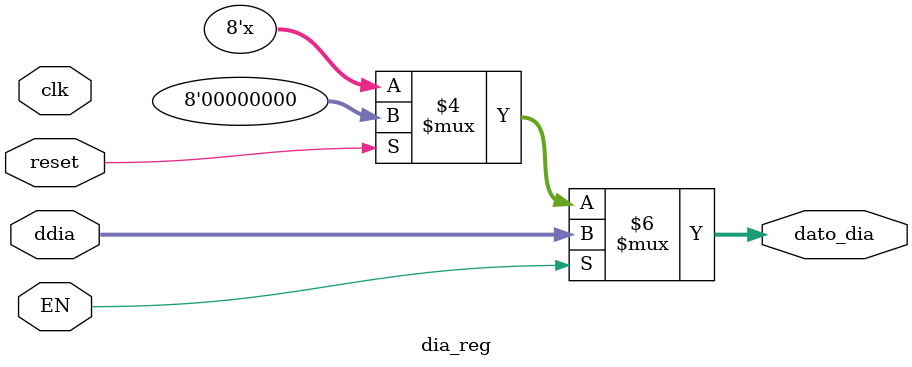
<source format=v>
`timescale 1ns / 1ps
module dia_reg(
input wire clk,reset,
input wire [7:0] ddia,
input wire EN,
output reg [7:0]dato_dia
    );
initial begin 

dato_dia=8'b0;

end

always@* begin     //posiblemente tengamos que cambiar a @*
if (reset)
dato_dia<=0;
if(EN==1)
dato_dia<=ddia;
end
endmodule
 
</source>
